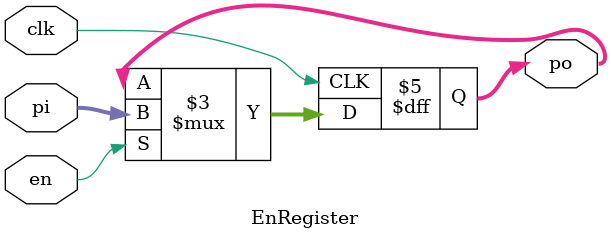
<source format=v>
module EnRegister (clk, pi, po, en);
parameter size = 8;
input clk, en;
input [size-1:0] pi;
output reg [size-1:0] po = 0;

always @(posedge clk) begin
    if (en)
        po <= pi;
end
    
endmodule
</source>
